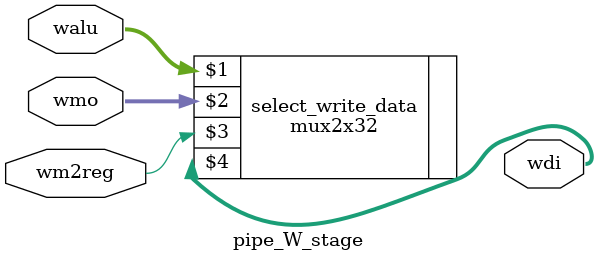
<source format=v>
module pipe_W_stage(walu, wmo, wm2reg, wdi);
	input         wm2reg;
	input  [31:0] walu, wmo;
	output [31:0] wdi;

	mux2x32 select_write_data(walu, wmo, wm2reg, wdi);
endmodule

</source>
